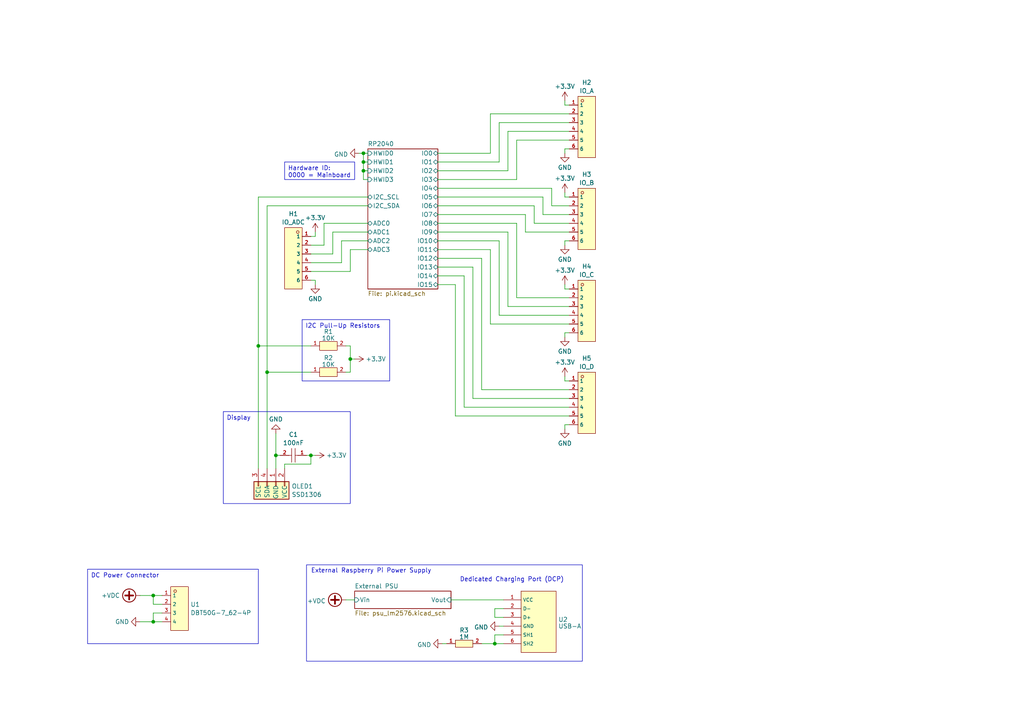
<source format=kicad_sch>
(kicad_sch (version 20230121) (generator eeschema)
  (paper "A4")
  (title_block (title "Dispensy Mainboard") (date "2024-01-10") (rev "0") (company "DrinkRobotics") (comment 1 "https://git.xythobuz.de/thomas/Dispensy") (comment 3 "PCB Thickness: 1mm") (comment 4 "DRAFT DRAFT DRAFT DRAFT DRAFT"))
  (lib_symbols
    (symbol "SSD1306:SSD1306" (pin_names (offset 1.016))
      (property "Reference" "OLED" (at 0 5.08 0))
      (property "Value" "SSD1306" (at 0 -7.62 0))
      (symbol "SSD1306_1_1"
        (rectangle (start -1.27 -4.953) (end 0 -5.207) (stroke (width 0.1524)))
        (rectangle (start -1.27 -2.413) (end 0 -2.667) (stroke (width 0.1524)))
        (rectangle (start -1.27 0.127) (end 0 -0.127) (stroke (width 0.1524)))
        (rectangle (start -1.27 2.667) (end 0 2.413) (stroke (width 0.1524)))
        (rectangle (start -1.27 3.81) (end 3.81 -6.35) (stroke (width 0.254)) (fill (type background)))
        (pin power_in line (at -5.08 0 0) (length 3.81) (name "GND") (number "1"))
        (pin power_in line (at -5.08 2.54 0) (length 3.81) (name "VCC") (number "2"))
        (pin input line (at -5.08 -5.08 0) (length 3.81) (name "SCL") (number "3"))
        (pin bidirectional line (at -5.08 -2.54 0) (length 3.81) (name "SDA") (number "4"))
      )
    )
    (symbol "jlc:AC0402FR-071ML" (pin_names hide)
      (property "Reference" "R" (at 0 1.27 0))
      (property "Value" "AC0402FR-071ML" (at 0 -2.54 0))
      (symbol "AC0402FR-071ML_0_1"
        (rectangle (start -2.54 1.016) (end 2.54 -1.016) (fill (type background)))
        (pin unspecified line (at -5.08 0 0) (length 2.54) (name "1") (number "1"))
        (pin unspecified line (at 5.08 0 180) (length 2.54) (name "2") (number "2"))
      )
    )
    (symbol "jlc:CC0402KRX7R8BB104" (pin_names hide)
      (property "Reference" "C" (at 0 1.27 0))
      (property "Value" "CC0402KRX7R8BB104" (at 0 -2.54 0))
      (symbol "CC0402KRX7R8BB104_0_1"
        (polyline (pts (xy -1.27 0) (xy -0.508 0)))
        (polyline (pts (xy -0.508 2.032) (xy -0.508 -2.032)))
        (polyline (pts (xy 0.508 0) (xy 1.27 0)))
        (polyline (pts (xy 0.508 2.032) (xy 0.508 -2.032)))
        (pin input line (at -3.81 0 0) (length 2.54) (name "1") (number "1"))
        (pin input line (at 3.81 0 180) (length 2.54) (name "2") (number "2"))
      )
    )
    (symbol "jlc:CR-02FL6---10K" (pin_names hide)
      (property "Reference" "R" (at 0 1.27 0))
      (property "Value" "CR-02FL6---10K" (at 0 -2.54 0))
      (symbol "CR-02FL6---10K_0_1"
        (rectangle (start -2.54 1.27) (end 2.54 -1.27) (fill (type background)))
        (pin unspecified line (at -5.08 0 0) (length 2.54) (name "1") (number "1"))
        (pin unspecified line (at 5.08 0 180) (length 2.54) (name "2") (number "2"))
      )
    )
    (symbol "jlc:DBT50G-7_62-4P"
      (property "Reference" "U" (at 0 1.27 0))
      (property "Value" "DBT50G-7_62-4P" (at 0 -2.54 0))
      (symbol "DBT50G-7_62-4P_0_1"
        (rectangle (start -2.54 6.35) (end 2.54 -6.35) (fill (type background)))
        (circle (center -1.27 5.08) (radius 0.381) (fill (type background)))
        (pin unspecified line (at -5.08 3.81 0) (length 2.54) (name "1") (number "1"))
        (pin unspecified line (at -5.08 1.27 0) (length 2.54) (name "2") (number "2"))
        (pin unspecified line (at -5.08 -1.27 0) (length 2.54) (name "3") (number "3"))
        (pin unspecified line (at -5.08 -3.81 0) (length 2.54) (name "4") (number "4"))
      )
    )
    (symbol "jlc:Header-Female-2_54_1x6"
      (property "Reference" "H" (at 0 1.27 0))
      (property "Value" "Header-Female-2_54_1x6" (at 0 -2.54 0))
      (symbol "Header-Female-2_54_1x6_0_1"
        (rectangle (start -2.54 8.89) (end 2.54 -8.89) (fill (type background)))
        (circle (center -1.27 7.62) (radius 0.381) (fill (type background)))
        (pin unspecified line (at -5.08 6.35 0) (length 2.54) (name "1") (number "1"))
        (pin unspecified line (at -5.08 3.81 0) (length 2.54) (name "2") (number "2"))
        (pin unspecified line (at -5.08 1.27 0) (length 2.54) (name "3") (number "3"))
        (pin unspecified line (at -5.08 -1.27 0) (length 2.54) (name "4") (number "4"))
        (pin unspecified line (at -5.08 -3.81 0) (length 2.54) (name "5") (number "5"))
        (pin unspecified line (at -5.08 -6.35 0) (length 2.54) (name "6") (number "6"))
      )
    )
    (symbol "jlc:U-USBAR04P-F000"
      (property "Reference" "U" (at 0 1.27 0))
      (property "Value" "U-USBAR04P-F000" (at 0 -2.54 0))
      (symbol "U-USBAR04P-F000_0_1"
        (rectangle (start -2.54 10.16) (end 7.62 -7.62) (fill (type background)))
        (pin unspecified line (at -7.62 7.62 0) (length 5.08) (name "VCC") (number "1"))
        (pin unspecified line (at -7.62 5.08 0) (length 5.08) (name "D-") (number "2"))
        (pin unspecified line (at -7.62 2.54 0) (length 5.08) (name "D+") (number "3"))
        (pin unspecified line (at -7.62 0 0) (length 5.08) (name "GND") (number "4"))
        (pin unspecified line (at -7.62 -2.54 0) (length 5.08) (name "SH1") (number "5"))
        (pin unspecified line (at -7.62 -5.08 0) (length 5.08) (name "SH2") (number "6"))
      )
    )
    (symbol "power:+3.3V" (power) (pin_names (offset 0))
      (property "Value" "+3.3V" (at 0 3.556 0))
      (symbol "+3.3V_0_1"
        (polyline (pts (xy -0.762 1.27) (xy 0 2.54)))
        (polyline (pts (xy 0 0) (xy 0 2.54)))
        (polyline (pts (xy 0 2.54) (xy 0.762 1.27)))
      )
      (symbol "+3.3V_1_1"
        (pin power_in line (at 0 0 90) (length 0) hide (name "+3.3V") (number "1"))
      )
    )
    (symbol "power:+VDC" (power) (pin_names (offset 0))
      (property "Value" "+VDC" (at 0 6.35 0))
      (symbol "+VDC_0_1"
        (polyline (pts (xy -1.143 3.175) (xy 1.143 3.175)) (stroke (width 0.508)))
        (polyline (pts (xy 0 0) (xy 0 1.27)))
        (polyline (pts (xy 0 2.032) (xy 0 4.318)) (stroke (width 0.508)))
        (circle (center 0 3.175) (radius 1.905) (stroke (width 0.254)))
      )
      (symbol "+VDC_1_1"
        (pin power_in line (at 0 0 90) (length 0) hide (name "+VDC") (number "1"))
      )
    )
    (symbol "power:GND" (power) (pin_names (offset 0))
      (property "Value" "GND" (at 0 -3.81 0))
      (symbol "GND_0_1"
        (polyline (pts (xy 0 0) (xy 0 -1.27) (xy 1.27 -1.27) (xy 0 -2.54) (xy -1.27 -1.27) (xy 0 -1.27)))
      )
      (symbol "GND_1_1"
        (pin power_in line (at 0 0 270) (length 0) hide (name "GND") (number "1"))
      )
    )
  )
  (junction (at 44.45 172.72))
  (junction (at 101.6 104.14))
  (junction (at 44.45 180.34))
  (junction (at 77.47 107.95))
  (junction (at 143.51 186.69))
  (junction (at 74.93 100.33))
  (junction (at 105.41 46.99))
  (junction (at 105.41 49.53))
  (junction (at 80.01 132.08))
  (junction (at 90.17 132.08))
  (junction (at 105.41 44.45))
  (wire (pts (xy 143.51 186.69) (xy 139.7 186.69)))
  (wire (pts (xy 143.51 176.53) (xy 146.05 176.53)))
  (wire (pts (xy 104.14 44.45) (xy 105.41 44.45)))
  (wire (pts (xy 90.17 134.62) (xy 90.17 132.08)))
  (wire (pts (xy 147.32 49.53) (xy 127 49.53)))
  (wire (pts (xy 82.55 135.89) (xy 82.55 134.62)))
  (wire (pts (xy 165.1 88.9) (xy 147.32 88.9)))
  (wire (pts (xy 80.01 132.08) (xy 80.01 135.89)))
  (wire (pts (xy 44.45 177.8) (xy 44.45 180.34)))
  (wire (pts (xy 163.83 30.48) (xy 163.83 29.21)))
  (wire (pts (xy 163.83 43.18) (xy 163.83 44.45)))
  (wire (pts (xy 142.24 72.39) (xy 127 72.39)))
  (wire (pts (xy 144.78 69.85) (xy 127 69.85)))
  (wire (pts (xy 77.47 107.95) (xy 77.47 59.69)))
  (wire (pts (xy 46.99 177.8) (xy 44.45 177.8)))
  (wire (pts (xy 77.47 59.69) (xy 106.68 59.69)))
  (wire (pts (xy 163.83 110.49) (xy 163.83 109.22)))
  (wire (pts (xy 100.33 107.95) (xy 101.6 107.95)))
  (wire (pts (xy 101.6 78.74) (xy 101.6 72.39)))
  (wire (pts (xy 147.32 88.9) (xy 147.32 67.31)))
  (wire (pts (xy 77.47 107.95) (xy 90.17 107.95)))
  (wire (pts (xy 101.6 104.14) (xy 102.87 104.14)))
  (wire (pts (xy 132.08 120.65) (xy 165.1 120.65)))
  (wire (pts (xy 165.1 67.31) (xy 152.4 67.31)))
  (wire (pts (xy 80.01 125.73) (xy 80.01 132.08)))
  (wire (pts (xy 127 82.55) (xy 132.08 82.55)))
  (wire (pts (xy 144.78 181.61) (xy 146.05 181.61)))
  (wire (pts (xy 106.68 52.07) (xy 105.41 52.07)))
  (wire (pts (xy 105.41 52.07) (xy 105.41 49.53)))
  (wire (pts (xy 132.08 82.55) (xy 132.08 120.65)))
  (wire (pts (xy 144.78 46.99) (xy 127 46.99)))
  (wire (pts (xy 165.1 110.49) (xy 163.83 110.49)))
  (wire (pts (xy 44.45 175.26) (xy 44.45 172.72)))
  (wire (pts (xy 165.1 96.52) (xy 163.83 96.52)))
  (wire (pts (xy 137.16 115.57) (xy 137.16 77.47)))
  (wire (pts (xy 139.7 113.03) (xy 139.7 74.93)))
  (wire (pts (xy 90.17 78.74) (xy 101.6 78.74)))
  (wire (pts (xy 74.93 57.15) (xy 106.68 57.15)))
  (wire (pts (xy 165.1 62.23) (xy 157.48 62.23)))
  (wire (pts (xy 160.02 54.61) (xy 160.02 59.69)))
  (wire (pts (xy 40.64 180.34) (xy 44.45 180.34)))
  (wire (pts (xy 128.27 186.69) (xy 129.54 186.69)))
  (wire (pts (xy 165.1 118.11) (xy 134.62 118.11)))
  (wire (pts (xy 88.9 132.08) (xy 90.17 132.08)))
  (wire (pts (xy 44.45 172.72) (xy 46.99 172.72)))
  (wire (pts (xy 147.32 38.1) (xy 147.32 49.53)))
  (wire (pts (xy 144.78 35.56) (xy 144.78 46.99)))
  (wire (pts (xy 165.1 30.48) (xy 163.83 30.48)))
  (wire (pts (xy 99.06 76.2) (xy 99.06 69.85)))
  (wire (pts (xy 165.1 69.85) (xy 163.83 69.85)))
  (wire (pts (xy 74.93 135.89) (xy 74.93 100.33)))
  (wire (pts (xy 101.6 72.39) (xy 106.68 72.39)))
  (wire (pts (xy 142.24 33.02) (xy 142.24 44.45)))
  (wire (pts (xy 90.17 68.58) (xy 91.44 68.58)))
  (wire (pts (xy 90.17 76.2) (xy 99.06 76.2)))
  (wire (pts (xy 146.05 179.07) (xy 143.51 179.07)))
  (wire (pts (xy 91.44 81.28) (xy 91.44 82.55)))
  (wire (pts (xy 165.1 57.15) (xy 163.83 57.15)))
  (wire (pts (xy 101.6 107.95) (xy 101.6 104.14)))
  (wire (pts (xy 77.47 135.89) (xy 77.47 107.95)))
  (wire (pts (xy 165.1 83.82) (xy 163.83 83.82)))
  (wire (pts (xy 105.41 49.53) (xy 105.41 46.99)))
  (wire (pts (xy 143.51 184.15) (xy 143.51 186.69)))
  (wire (pts (xy 160.02 59.69) (xy 165.1 59.69)))
  (wire (pts (xy 100.33 173.99) (xy 102.87 173.99)))
  (wire (pts (xy 157.48 57.15) (xy 127 57.15)))
  (wire (pts (xy 154.94 64.77) (xy 154.94 59.69)))
  (wire (pts (xy 165.1 43.18) (xy 163.83 43.18)))
  (wire (pts (xy 165.1 91.44) (xy 144.78 91.44)))
  (wire (pts (xy 144.78 35.56) (xy 165.1 35.56)))
  (wire (pts (xy 149.86 40.64) (xy 149.86 52.07)))
  (wire (pts (xy 142.24 44.45) (xy 127 44.45)))
  (wire (pts (xy 91.44 68.58) (xy 91.44 67.31)))
  (wire (pts (xy 80.01 132.08) (xy 81.28 132.08)))
  (wire (pts (xy 165.1 93.98) (xy 142.24 93.98)))
  (wire (pts (xy 165.1 64.77) (xy 154.94 64.77)))
  (wire (pts (xy 106.68 46.99) (xy 105.41 46.99)))
  (wire (pts (xy 146.05 184.15) (xy 143.51 184.15)))
  (wire (pts (xy 149.86 86.36) (xy 149.86 64.77)))
  (wire (pts (xy 90.17 73.66) (xy 96.52 73.66)))
  (wire (pts (xy 90.17 71.12) (xy 93.98 71.12)))
  (wire (pts (xy 147.32 67.31) (xy 127 67.31)))
  (wire (pts (xy 40.64 172.72) (xy 44.45 172.72)))
  (wire (pts (xy 142.24 93.98) (xy 142.24 72.39)))
  (wire (pts (xy 46.99 175.26) (xy 44.45 175.26)))
  (wire (pts (xy 165.1 115.57) (xy 137.16 115.57)))
  (wire (pts (xy 101.6 100.33) (xy 101.6 104.14)))
  (wire (pts (xy 105.41 46.99) (xy 105.41 44.45)))
  (wire (pts (xy 90.17 81.28) (xy 91.44 81.28)))
  (wire (pts (xy 157.48 62.23) (xy 157.48 57.15)))
  (wire (pts (xy 130.81 173.99) (xy 146.05 173.99)))
  (wire (pts (xy 163.83 57.15) (xy 163.83 55.88)))
  (wire (pts (xy 152.4 67.31) (xy 152.4 62.23)))
  (wire (pts (xy 44.45 180.34) (xy 46.99 180.34)))
  (wire (pts (xy 74.93 100.33) (xy 90.17 100.33)))
  (wire (pts (xy 147.32 38.1) (xy 165.1 38.1)))
  (wire (pts (xy 144.78 91.44) (xy 144.78 69.85)))
  (wire (pts (xy 100.33 100.33) (xy 101.6 100.33)))
  (wire (pts (xy 90.17 132.08) (xy 91.44 132.08)))
  (wire (pts (xy 105.41 44.45) (xy 106.68 44.45)))
  (wire (pts (xy 93.98 71.12) (xy 93.98 64.77)))
  (wire (pts (xy 139.7 74.93) (xy 127 74.93)))
  (wire (pts (xy 99.06 69.85) (xy 106.68 69.85)))
  (wire (pts (xy 163.83 96.52) (xy 163.83 97.79)))
  (wire (pts (xy 163.83 123.19) (xy 163.83 124.46)))
  (wire (pts (xy 93.98 64.77) (xy 106.68 64.77)))
  (wire (pts (xy 154.94 59.69) (xy 127 59.69)))
  (wire (pts (xy 152.4 62.23) (xy 127 62.23)))
  (wire (pts (xy 149.86 40.64) (xy 165.1 40.64)))
  (wire (pts (xy 127 54.61) (xy 160.02 54.61)))
  (wire (pts (xy 134.62 80.01) (xy 127 80.01)))
  (wire (pts (xy 142.24 33.02) (xy 165.1 33.02)))
  (wire (pts (xy 149.86 52.07) (xy 127 52.07)))
  (wire (pts (xy 96.52 67.31) (xy 106.68 67.31)))
  (wire (pts (xy 163.83 69.85) (xy 163.83 71.12)))
  (wire (pts (xy 105.41 49.53) (xy 106.68 49.53)))
  (wire (pts (xy 165.1 113.03) (xy 139.7 113.03)))
  (wire (pts (xy 74.93 100.33) (xy 74.93 57.15)))
  (wire (pts (xy 143.51 186.69) (xy 146.05 186.69)))
  (wire (pts (xy 163.83 83.82) (xy 163.83 82.55)))
  (wire (pts (xy 134.62 118.11) (xy 134.62 80.01)))
  (wire (pts (xy 82.55 134.62) (xy 90.17 134.62)))
  (wire (pts (xy 165.1 86.36) (xy 149.86 86.36)))
  (wire (pts (xy 149.86 64.77) (xy 127 64.77)))
  (wire (pts (xy 143.51 179.07) (xy 143.51 176.53)))
  (wire (pts (xy 96.52 73.66) (xy 96.52 67.31)))
  (wire (pts (xy 165.1 123.19) (xy 163.83 123.19)))
  (wire (pts (xy 137.16 77.47) (xy 127 77.47)))
  (rectangle (start 88.9 163.83) (end 168.91 191.77))
  (text_box "Hardware ID:\n0000 = Mainboard" (at 82.55 46.99 0) (size 20.32 5.08) (effects (font (size 1.27 1.27)) (justify left top)))
  (text_box "DC Power Connector" (at 25.4 165.1 0) (size 49.53 21.59) (effects (font (size 1.27 1.27)) (justify left top)))
  (text_box "I2C Pull-Up Resistors" (at 87.63 92.71 0) (size 25.4 17.78) (effects (font (size 1.27 1.27)) (justify left top)))
  (text_box "Display" (at 64.77 119.38 0) (size 36.83 26.67) (effects (font (size 1.27 1.27)) (justify left top)))
  (text "Dedicated Charging Port (DCP)" (at 133.35 168.91 0) (effects (font (size 1.27 1.27)) (justify left bottom)))
  (text "External Raspberry Pi Power Supply" (at 90.17 166.37 0) (effects (font (size 1.27 1.27)) (justify left bottom)))
  (symbol (lib_id "power:+3.3V") (at 163.83 82.55 0) (unit 1)
    (property "Reference" "#PWR016" (effects hide))
    (property "Value" "+3.3V" (at 163.83 78.4169 0))
  )
  (symbol (lib_id "jlc:CC0402KRX7R8BB104") (at 85.09 132.08 180) (unit 1)
    (property "Reference" "C1" (at 85.09 126.0307 0))
    (property "Value" "100nF" (at 85.09 128.4549 0))
    (property "Footprint" "jlc_footprints:C0402" (effects hide))
    (property "Datasheet" "https://item.szlcsc.com/15869.html" (effects hide))
    (property "LCSC" "C105883" (effects hide))
    (property "Capacitance" "100nF" (effects hide))
  )
  (symbol (lib_id "SSD1306:SSD1306") (at 80.01 140.97 270) (unit 1)
    (property "Reference" "OLED1" (at 84.582 141.0279 90) (effects (justify left)))
    (property "Value" "SSD1306" (at 84.582 143.4521 90) (effects (justify left)))
    (property "Footprint" "extern:SSD1306_0.96_Oled" (effects hide))
  )
  (symbol (lib_id "power:GND") (at 80.01 125.73 180) (unit 1)
    (property "Reference" "#PWR03" (effects hide))
    (property "Value" "GND" (at 80.01 121.5969 0))
  )
  (symbol (lib_id "power:GND") (at 144.78 181.61 270) (unit 1)
    (property "Reference" "#PWR011" (effects hide))
    (property "Value" "GND" (at 141.6051 181.9268 90) (effects (justify right)))
  )
  (symbol (lib_id "jlc:U-USBAR04P-F000") (at 153.67 181.61 0) (unit 1)
    (property "Reference" "U2" (at 161.925 179.6963 0) (effects (justify left)))
    (property "Value" "USB-A" (at 161.925 181.6173 0) (effects (justify left)))
    (property "Footprint" "jlc_footprints:USB-A-TH_USB-302-T" (effects hide))
    (property "Datasheet" "https://item.szlcsc.com/113689.html" (effects hide))
    (property "LCSC" "C386740" (effects hide))
  )
  (symbol (lib_id "power:GND") (at 163.83 97.79 0) (unit 1)
    (property "Reference" "#PWR017" (effects hide))
    (property "Value" "GND" (at 163.83 101.9231 0))
  )
  (symbol (lib_id "jlc:CR-02FL6---10K") (at 95.25 107.95 0) (unit 1)
    (property "Reference" "R2" (at 95.25 103.7971 0))
    (property "Value" "10K" (at 95.25 105.7181 0))
    (property "Footprint" "jlc_footprints:R0402" (effects hide))
    (property "Datasheet" "https://item.szlcsc.com/323315.html" (effects hide))
    (property "LCSC" "C406733" (effects hide))
    (property "Resistance" "10kΩ" (effects hide))
  )
  (symbol (lib_id "jlc:Header-Female-2_54_1x6") (at 170.18 116.84 0) (unit 1)
    (property "Reference" "H5" (at 170.18 103.9327 0))
    (property "Value" "IO_D" (at 170.18 106.3569 0))
    (property "Footprint" "jlc_footprints:HDR-TH_6P-P2.54-V-F" (effects hide))
    (property "Datasheet" "https://so.szlcsc.com/global.html?c=&k=C40877" (effects hide))
    (property "LCSC" "C40877" (effects hide))
  )
  (symbol (lib_id "jlc:Header-Female-2_54_1x6") (at 170.18 36.83 0) (unit 1)
    (property "Reference" "H2" (at 170.18 23.9227 0))
    (property "Value" "IO_A" (at 170.18 26.3469 0))
    (property "Footprint" "jlc_footprints:HDR-TH_6P-P2.54-V-F" (effects hide))
    (property "Datasheet" "https://so.szlcsc.com/global.html?c=&k=C40877" (effects hide))
    (property "LCSC" "C40877" (effects hide))
  )
  (symbol (lib_id "power:+3.3V") (at 102.87 104.14 270) (unit 1)
    (property "Reference" "#PWR08" (effects hide))
    (property "Value" "+3.3V" (at 106.045 104.14 90) (effects (justify left)))
  )
  (symbol (lib_id "power:GND") (at 128.27 186.69 270) (unit 1)
    (property "Reference" "#PWR010" (effects hide))
    (property "Value" "GND" (at 125.0951 187.0068 90) (effects (justify right)))
  )
  (symbol (lib_id "power:+VDC") (at 40.64 172.72 90) (unit 1)
    (property "Reference" "#PWR01" (effects hide))
    (property "Value" "+VDC" (at 34.798 172.72 90) (effects (justify left)))
  )
  (symbol (lib_id "jlc:DBT50G-7_62-4P") (at 52.07 176.53 0) (unit 1)
    (property "Reference" "U1" (at 55.245 175.3179 0) (effects (justify left)))
    (property "Value" "DBT50G-7_62-4P" (at 55.245 177.7421 0) (effects (justify left)))
    (property "Footprint" "jlc_footprints:CONN-TH_4P-P7.62_L15.2-W31.7-EX4.2" (effects hide))
    (property "Datasheet" "https://item.szlcsc.com/512151.html?ref=editor&logined=true" (effects hide))
    (property "LCSC" "C496132" (effects hide))
  )
  (symbol (lib_id "jlc:AC0402FR-071ML") (at 134.62 186.69 0) (unit 1)
    (property "Reference" "R3" (at 134.62 182.7911 0))
    (property "Value" "1M" (at 134.62 184.7121 0))
    (property "Footprint" "jlc_footprints:R0402" (effects hide))
    (property "Datasheet" "https://item.szlcsc.com/323315.html" (effects hide))
    (property "LCSC" "C144787" (effects hide))
    (property "Resistance" "1MΩ" (effects hide))
  )
  (symbol (lib_id "power:GND") (at 104.14 44.45 270) (unit 1)
    (property "Reference" "#PWR09" (effects hide))
    (property "Value" "GND" (at 100.9651 44.7668 90) (effects (justify right)))
  )
  (symbol (lib_id "power:GND") (at 163.83 124.46 0) (unit 1)
    (property "Reference" "#PWR019" (effects hide))
    (property "Value" "GND" (at 163.83 128.5931 0))
  )
  (symbol (lib_id "power:GND") (at 91.44 82.55 0) (mirror y) (unit 1)
    (property "Reference" "#PWR05" (effects hide))
    (property "Value" "GND" (at 91.44 86.6831 0))
  )
  (symbol (lib_id "power:+VDC") (at 100.33 173.99 90) (unit 1)
    (property "Reference" "#PWR07" (effects hide))
    (property "Value" "+VDC" (at 94.488 174.3068 90) (effects (justify left)))
  )
  (symbol (lib_id "power:+3.3V") (at 163.83 29.21 0) (unit 1)
    (property "Reference" "#PWR012" (effects hide))
    (property "Value" "+3.3V" (at 163.83 25.0769 0))
  )
  (symbol (lib_id "power:+3.3V") (at 163.83 109.22 0) (unit 1)
    (property "Reference" "#PWR018" (effects hide))
    (property "Value" "+3.3V" (at 163.83 105.0869 0))
  )
  (symbol (lib_id "power:+3.3V") (at 91.44 67.31 0) (mirror y) (unit 1)
    (property "Reference" "#PWR04" (effects hide))
    (property "Value" "+3.3V" (at 91.44 63.1769 0))
  )
  (symbol (lib_id "jlc:Header-Female-2_54_1x6") (at 170.18 90.17 0) (unit 1)
    (property "Reference" "H4" (at 170.18 77.2627 0))
    (property "Value" "IO_C" (at 170.18 79.6869 0))
    (property "Footprint" "jlc_footprints:HDR-TH_6P-P2.54-V-F" (effects hide))
    (property "Datasheet" "https://so.szlcsc.com/global.html?c=&k=C40877" (effects hide))
    (property "LCSC" "C40877" (effects hide))
  )
  (symbol (lib_id "power:GND") (at 40.64 180.34 270) (unit 1)
    (property "Reference" "#PWR02" (effects hide))
    (property "Value" "GND" (at 37.4651 180.34 90) (effects (justify right)))
  )
  (symbol (lib_id "power:GND") (at 163.83 44.45 0) (unit 1)
    (property "Reference" "#PWR013" (effects hide))
    (property "Value" "GND" (at 163.83 48.5831 0))
  )
  (symbol (lib_id "power:GND") (at 163.83 71.12 0) (unit 1)
    (property "Reference" "#PWR015" (effects hide))
    (property "Value" "GND" (at 163.83 75.2531 0))
  )
  (symbol (lib_id "power:+3.3V") (at 91.44 132.08 270) (unit 1)
    (property "Reference" "#PWR06" (effects hide))
    (property "Value" "+3.3V" (at 94.615 132.08 90) (effects (justify left)))
  )
  (symbol (lib_id "jlc:Header-Female-2_54_1x6") (at 85.09 74.93 0) (mirror y) (unit 1)
    (property "Reference" "H1" (at 85.09 62.0227 0))
    (property "Value" "IO_ADC" (at 85.09 64.4469 0))
    (property "Footprint" "jlc_footprints:HDR-TH_6P-P2.54-V-F" (effects hide))
    (property "Datasheet" "https://so.szlcsc.com/global.html?c=&k=C40877" (effects hide))
    (property "LCSC" "C40877" (effects hide))
  )
  (symbol (lib_id "power:+3.3V") (at 163.83 55.88 0) (unit 1)
    (property "Reference" "#PWR014" (effects hide))
    (property "Value" "+3.3V" (at 163.83 51.7469 0))
  )
  (symbol (lib_id "jlc:Header-Female-2_54_1x6") (at 170.18 63.5 0) (unit 1)
    (property "Reference" "H3" (at 170.18 50.5927 0))
    (property "Value" "IO_B" (at 170.18 53.0169 0))
    (property "Footprint" "jlc_footprints:HDR-TH_6P-P2.54-V-F" (effects hide))
    (property "Datasheet" "https://so.szlcsc.com/global.html?c=&k=C40877" (effects hide))
    (property "LCSC" "C40877" (effects hide))
  )
  (symbol (lib_id "jlc:CR-02FL6---10K") (at 95.25 100.33 0) (unit 1)
    (property "Reference" "R1" (at 95.25 96.1771 0))
    (property "Value" "10K" (at 95.25 98.0981 0))
    (property "Footprint" "jlc_footprints:R0402" (effects hide))
    (property "Datasheet" "https://item.szlcsc.com/323315.html" (effects hide))
    (property "LCSC" "C406733" (effects hide))
    (property "Resistance" "10kΩ" (effects hide))
  )
  (sheet (at 102.87 171.45) (size 27.94 5.08) (stroke (width 0.1524))
    (property "Sheetname" "External PSU" (at 102.87 170.7384 0) (effects (justify left bottom)))
    (property "Sheetfile" "psu_lm2576.kicad_sch" (at 102.87 177.1146 0) (effects (justify left top)))
    (pin "Vout" input (at 130.81 173.99 0))
    (pin "Vin" input (at 102.87 173.99 180))
  )
  (sheet (at 106.68 43.18) (size 20.32 40.64) (stroke (width 0.1524))
    (property "Sheetname" "RP2040" (at 106.68 42.4684 0) (effects (justify left bottom)))
    (property "Sheetfile" "pi.kicad_sch" (at 106.68 84.4046 0) (effects (justify left top)))
    (pin "IO8" bidirectional (at 127 64.77 0))
    (pin "IO9" bidirectional (at 127 67.31 0))
    (pin "IO5" bidirectional (at 127 57.15 0))
    (pin "IO6" bidirectional (at 127 59.69 0))
    (pin "IO7" bidirectional (at 127 62.23 0))
    (pin "IO4" bidirectional (at 127 54.61 0))
    (pin "IO3" bidirectional (at 127 52.07 0))
    (pin "IO2" bidirectional (at 127 49.53 0))
    (pin "IO1" bidirectional (at 127 46.99 0))
    (pin "IO0" bidirectional (at 127 44.45 0))
    (pin "IO15" bidirectional (at 127 82.55 0))
    (pin "IO14" bidirectional (at 127 80.01 0))
    (pin "ADC1" bidirectional (at 106.68 67.31 180))
    (pin "ADC2" bidirectional (at 106.68 69.85 180))
    (pin "ADC3" bidirectional (at 106.68 72.39 180))
    (pin "ADC0" bidirectional (at 106.68 64.77 180))
    (pin "IO12" bidirectional (at 127 74.93 0))
    (pin "I2C_SDA" bidirectional (at 106.68 59.69 180))
    (pin "IO13" bidirectional (at 127 77.47 0))
    (pin "IO10" bidirectional (at 127 69.85 0))
    (pin "IO11" bidirectional (at 127 72.39 0))
    (pin "I2C_SCL" bidirectional (at 106.68 57.15 180))
    (pin "HWID2" input (at 106.68 49.53 180))
    (pin "HWID3" input (at 106.68 52.07 180))
    (pin "HWID0" input (at 106.68 44.45 180))
    (pin "HWID1" input (at 106.68 46.99 180))
  )
)
</source>
